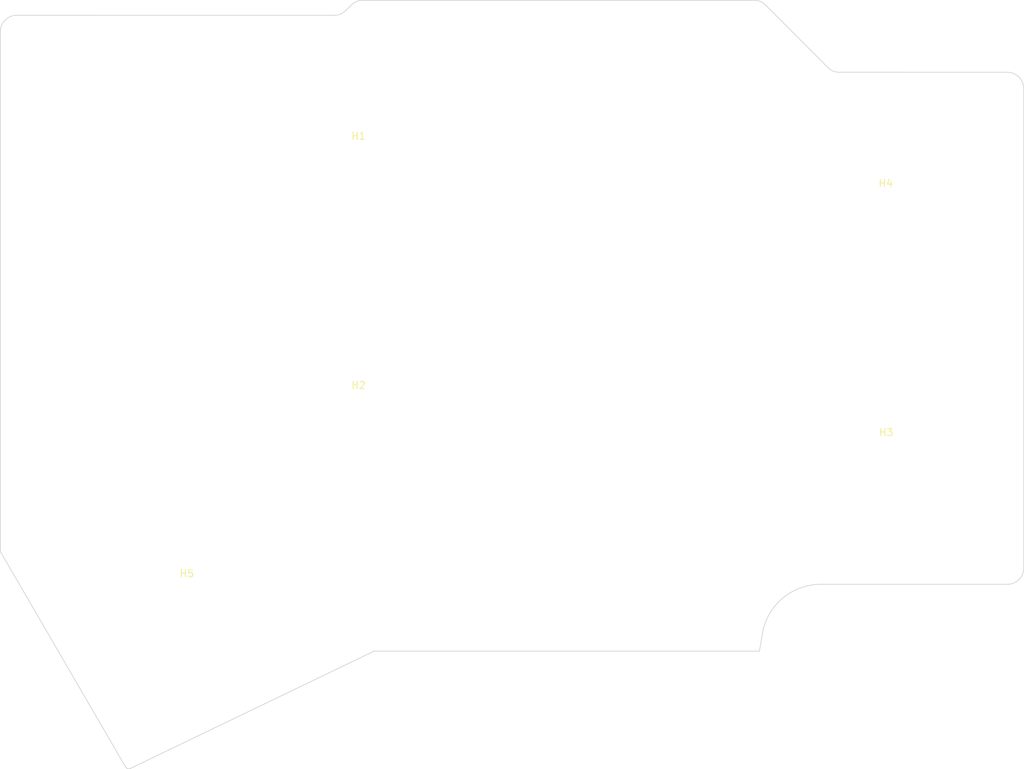
<source format=kicad_pcb>
(kicad_pcb (version 20221018) (generator pcbnew)
  (layers (0 "F.Cu" signal) (31 "B.Cu" signal) (34 "B.Paste" user) (35 "F.Paste" user) (36 "B.SilkS" user "B.Silkscreen") (37 "F.SilkS" user "F.Silkscreen") (38 "B.Mask" user) (39 "F.Mask" user) (44 "Edge.Cuts" user))
  (net 0 "")
  (footprint "MountingHole:MountingHole_2.1mm" (layer "F.Cu") (at 114.44 95.86)
    (fp_text reference "H2" (at 0 -3.2) (layer "F.SilkS"))
    (fp_text value "Mounting_Hole")
    (pad "" np_thru_hole circle (at 0 0) (size 2.1 2.1) (drill 2.1) (layers "*.Cu" "*.Mask"))
  )
  (footprint "MountingHole:MountingHole_2.1mm" (layer "F.Cu") (at 114.44 60.86)
    (fp_text reference "H1" (at 0 -3.2) (layer "F.SilkS"))
    (fp_text value "Mounting_Hole")
    (pad "" np_thru_hole circle (at 0 0) (size 2.1 2.1) (drill 2.1) (layers "*.Cu" "*.Mask"))
  )
  (footprint "MountingHole:MountingHole_2.1mm" (layer "F.Cu") (at 90.34 122.3)
    (fp_text reference "H5" (at 0 -3.2) (layer "F.SilkS"))
    (fp_text value "Mounting_Hole")
    (pad "" np_thru_hole circle (at 0 0) (size 2.1 2.1) (drill 2.1) (layers "*.Cu" "*.Mask"))
  )
  (footprint "MountingHole:MountingHole_2.1mm" (layer "F.Cu") (at 188.43 67.5)
    (fp_text reference "H4" (at 0 -3.2) (layer "F.SilkS"))
    (fp_text value "Mounting_Hole")
    (pad "" np_thru_hole circle (at 0 0) (size 2.1 2.1) (drill 2.1) (layers "*.Cu" "*.Mask"))
  )
  (footprint "MountingHole:MountingHole_2.1mm" (layer "F.Cu") (at 188.49 102.48)
    (fp_text reference "H3" (at 0 -3.2) (layer "F.SilkS"))
    (fp_text value "Mounting_Hole")
    (pad "" np_thru_hole circle (at 0 0) (size 2.1 2.1) (drill 2.1) (layers "*.Cu" "*.Mask"))
  )
  (gr_line (start 64.169872 116.02) (end 81.72 146.22) (stroke (width 0.1)) (layer "Edge.Cuts"))
  (gr_line (start 170.705877 130) (end 171.16 127.31) (stroke (width 0.1)) (layer "Edge.Cuts"))
  (gr_line (start 112.557901 40.107572) (end 113.49357 39.196794) (stroke (width 0.1)) (layer "Edge.Cuts"))
  (gr_line (start 116.61 130) (end 170.705877 130) (stroke (width 0.1)) (layer "Edge.Cuts"))
  (gr_line (start 207.800128 118.303038) (end 207.800019 51.009999) (stroke (width 0.1)) (layer "Edge.Cuts"))
  (gr_line (start 82.4479 146.455968) (end 116.61 130) (stroke (width 0.1)) (layer "Edge.Cuts"))
  (gr_line (start 179.31 120.612498) (end 205.480109 120.613036) (stroke (width 0.1)) (layer "Edge.Cuts"))
  (gr_arc (start 205.48 48.700001) (mid 207.119891 49.373037) (end 207.800019 51.009999) (stroke (width 0.1)) (layer "Edge.Cuts"))
  (gr_arc (start 171.160001 127.31) (mid 174.035556 122.50168) (end 179.31 120.612498) (stroke (width 0.1)) (layer "Edge.Cuts"))
  (gr_line (start 205.48 48.7) (end 181.831471 48.695633) (stroke (width 0.1)) (layer "Edge.Cuts"))
  (gr_line (start 180.38357 48.103206) (end 171.49643 39.196794) (stroke (width 0.1)) (layer "Edge.Cuts"))
  (gr_line (start 111.11 40.699999) (end 66.489891 40.696964) (stroke (width 0.1)) (layer "Edge.Cuts"))
  (gr_arc (start 64.169872 43.006962) (mid 64.85 41.37) (end 66.489891 40.696964) (stroke (width 0.1)) (layer "Edge.Cuts"))
  (gr_arc (start 113.49357 39.196794) (mid 114.16 38.76) (end 114.941471 38.604367) (stroke (width 0.1)) (layer "Edge.Cuts"))
  (gr_line (start 64.169872 43.006962) (end 64.169872 116.02) (stroke (width 0.1)) (layer "Edge.Cuts"))
  (gr_arc (start 112.557901 40.107572) (mid 111.891471 40.544366) (end 111.11 40.699999) (stroke (width 0.1)) (layer "Edge.Cuts"))
  (gr_line (start 114.941471 38.604367) (end 170.048529 38.604367) (stroke (width 0.1)) (layer "Edge.Cuts"))
  (gr_arc (start 82.4479 146.455968) (mid 82.034507 146.490502) (end 81.72 146.22) (stroke (width 0.1)) (layer "Edge.Cuts"))
  (gr_arc (start 170.048529 38.604367) (mid 170.83 38.76) (end 171.49643 39.196794) (stroke (width 0.1)) (layer "Edge.Cuts"))
  (gr_arc (start 181.831471 48.695633) (mid 181.05 48.54) (end 180.38357 48.103206) (stroke (width 0.1)) (layer "Edge.Cuts"))
  (gr_arc (start 207.800128 118.303038) (mid 207.12 119.94) (end 205.480109 120.613036) (stroke (width 0.1)) (layer "Edge.Cuts"))
)
</source>
